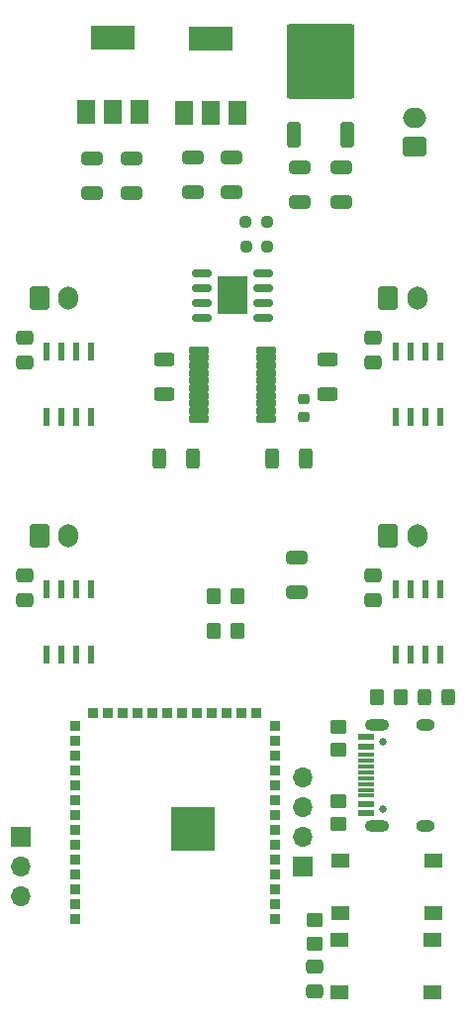
<source format=gts>
G04 #@! TF.GenerationSoftware,KiCad,Pcbnew,(7.0.0)*
G04 #@! TF.CreationDate,2023-09-25T00:06:07+02:00*
G04 #@! TF.ProjectId,FC Control board 1.0,46432043-6f6e-4747-926f-6c20626f6172,rev?*
G04 #@! TF.SameCoordinates,Original*
G04 #@! TF.FileFunction,Soldermask,Top*
G04 #@! TF.FilePolarity,Negative*
%FSLAX46Y46*%
G04 Gerber Fmt 4.6, Leading zero omitted, Abs format (unit mm)*
G04 Created by KiCad (PCBNEW (7.0.0)) date 2023-09-25 00:06:07*
%MOMM*%
%LPD*%
G01*
G04 APERTURE LIST*
G04 Aperture macros list*
%AMRoundRect*
0 Rectangle with rounded corners*
0 $1 Rounding radius*
0 $2 $3 $4 $5 $6 $7 $8 $9 X,Y pos of 4 corners*
0 Add a 4 corners polygon primitive as box body*
4,1,4,$2,$3,$4,$5,$6,$7,$8,$9,$2,$3,0*
0 Add four circle primitives for the rounded corners*
1,1,$1+$1,$2,$3*
1,1,$1+$1,$4,$5*
1,1,$1+$1,$6,$7*
1,1,$1+$1,$8,$9*
0 Add four rect primitives between the rounded corners*
20,1,$1+$1,$2,$3,$4,$5,0*
20,1,$1+$1,$4,$5,$6,$7,0*
20,1,$1+$1,$6,$7,$8,$9,0*
20,1,$1+$1,$8,$9,$2,$3,0*%
G04 Aperture macros list end*
%ADD10RoundRect,0.250000X0.650000X-0.325000X0.650000X0.325000X-0.650000X0.325000X-0.650000X-0.325000X0*%
%ADD11O,1.700000X2.000000*%
%ADD12RoundRect,0.250000X-0.600000X-0.750000X0.600000X-0.750000X0.600000X0.750000X-0.600000X0.750000X0*%
%ADD13RoundRect,0.250000X-0.650000X0.325000X-0.650000X-0.325000X0.650000X-0.325000X0.650000X0.325000X0*%
%ADD14RoundRect,0.250000X0.475000X-0.337500X0.475000X0.337500X-0.475000X0.337500X-0.475000X-0.337500X0*%
%ADD15RoundRect,0.250000X-0.475000X0.337500X-0.475000X-0.337500X0.475000X-0.337500X0.475000X0.337500X0*%
%ADD16R,1.500000X2.000000*%
%ADD17R,3.800000X2.000000*%
%ADD18RoundRect,0.250000X0.350000X-0.850000X0.350000X0.850000X-0.350000X0.850000X-0.350000X-0.850000X0*%
%ADD19RoundRect,0.249997X2.650003X-2.950003X2.650003X2.950003X-2.650003X2.950003X-2.650003X-2.950003X0*%
%ADD20R,0.600000X1.650000*%
%ADD21RoundRect,0.250000X-0.450000X0.350000X-0.450000X-0.350000X0.450000X-0.350000X0.450000X0.350000X0*%
%ADD22RoundRect,0.250000X-0.325000X-0.450000X0.325000X-0.450000X0.325000X0.450000X-0.325000X0.450000X0*%
%ADD23R,1.700000X1.700000*%
%ADD24O,1.700000X1.700000*%
%ADD25RoundRect,0.150000X0.662500X0.150000X-0.662500X0.150000X-0.662500X-0.150000X0.662500X-0.150000X0*%
%ADD26R,2.514000X3.200000*%
%ADD27RoundRect,0.250000X0.450000X-0.350000X0.450000X0.350000X-0.450000X0.350000X-0.450000X-0.350000X0*%
%ADD28RoundRect,0.122500X0.764500X0.184500X-0.764500X0.184500X-0.764500X-0.184500X0.764500X-0.184500X0*%
%ADD29RoundRect,0.250000X-0.350000X-0.450000X0.350000X-0.450000X0.350000X0.450000X-0.350000X0.450000X0*%
%ADD30R,1.550000X1.300000*%
%ADD31RoundRect,0.250000X0.625000X-0.312500X0.625000X0.312500X-0.625000X0.312500X-0.625000X-0.312500X0*%
%ADD32R,0.838200X0.889000*%
%ADD33R,0.889000X0.838200*%
%ADD34R,3.708400X3.708400*%
%ADD35C,0.650000*%
%ADD36R,1.450000X0.600000*%
%ADD37R,1.450000X0.300000*%
%ADD38O,2.100000X1.000000*%
%ADD39O,1.600000X1.000000*%
%ADD40RoundRect,0.237500X0.250000X0.237500X-0.250000X0.237500X-0.250000X-0.237500X0.250000X-0.237500X0*%
%ADD41RoundRect,0.225000X0.250000X-0.225000X0.250000X0.225000X-0.250000X0.225000X-0.250000X-0.225000X0*%
%ADD42RoundRect,0.250000X0.750000X-0.600000X0.750000X0.600000X-0.750000X0.600000X-0.750000X-0.600000X0*%
%ADD43O,2.000000X1.700000*%
%ADD44RoundRect,0.250000X0.312500X0.625000X-0.312500X0.625000X-0.312500X-0.625000X0.312500X-0.625000X0*%
%ADD45RoundRect,0.250000X-0.312500X-0.625000X0.312500X-0.625000X0.312500X0.625000X-0.312500X0.625000X0*%
G04 APERTURE END LIST*
D10*
X194956000Y-127937000D03*
X194956000Y-124987000D03*
D11*
X222789598Y-136959499D03*
D12*
X220289599Y-136959500D03*
D13*
X212482000Y-159125000D03*
X212482000Y-162075000D03*
D12*
X220311000Y-157279500D03*
D11*
X222810999Y-157279499D03*
D14*
X214006000Y-196160000D03*
X214006000Y-194085000D03*
D15*
X189190000Y-140345000D03*
X189190000Y-142420000D03*
D16*
X194433999Y-120975999D03*
X196733999Y-120975999D03*
D17*
X196733999Y-114675999D03*
D16*
X199033999Y-120975999D03*
D18*
X212234000Y-122968000D03*
D19*
X214514000Y-116668000D03*
D18*
X216794000Y-122968000D03*
D20*
X191094999Y-167423499D03*
X192364999Y-167423499D03*
X193634999Y-167423499D03*
X194904999Y-167423499D03*
X194904999Y-161823499D03*
X193634999Y-161823499D03*
X192364999Y-161823499D03*
X191094999Y-161823499D03*
D21*
X216038000Y-179889000D03*
X216038000Y-181889000D03*
D22*
X223395000Y-171014000D03*
X225445000Y-171014000D03*
D10*
X198306000Y-127937000D03*
X198306000Y-124987000D03*
D23*
X212989999Y-185491999D03*
D24*
X212989999Y-182951999D03*
X212989999Y-180411999D03*
X212989999Y-177871999D03*
D10*
X212735000Y-128708000D03*
X212735000Y-125758000D03*
D25*
X209607500Y-138591000D03*
X209607500Y-137321000D03*
X209607500Y-136051000D03*
X209607500Y-134781000D03*
X204332500Y-134781000D03*
X204332500Y-136051000D03*
X204332500Y-137321000D03*
X204332500Y-138591000D03*
D26*
X206969999Y-136685999D03*
D20*
X220939999Y-167423499D03*
X222209999Y-167423499D03*
X223479999Y-167423499D03*
X224749999Y-167423499D03*
X224749999Y-161823499D03*
X223479999Y-161823499D03*
X222209999Y-161823499D03*
X220939999Y-161823499D03*
D27*
X216038000Y-175539000D03*
X216038000Y-173539000D03*
D12*
X190466000Y-157279500D03*
D11*
X192965999Y-157279499D03*
D28*
X209840000Y-147231000D03*
X209840000Y-146581000D03*
X209840000Y-145931000D03*
X209840000Y-145281000D03*
X209840000Y-144631000D03*
X209840000Y-143981000D03*
X209840000Y-143331000D03*
X209840000Y-142681000D03*
X209840000Y-142031000D03*
X209840000Y-141381000D03*
X204100000Y-141381000D03*
X204100000Y-142031000D03*
X204100000Y-142681000D03*
X204100000Y-143331000D03*
X204100000Y-143981000D03*
X204100000Y-144631000D03*
X204100000Y-145281000D03*
X204100000Y-145931000D03*
X204100000Y-146581000D03*
X204100000Y-147231000D03*
D27*
X214006000Y-192096000D03*
X214006000Y-190096000D03*
D29*
X219356000Y-171014000D03*
X221356000Y-171014000D03*
D20*
X191094999Y-147103499D03*
X192364999Y-147103499D03*
X193634999Y-147103499D03*
X194904999Y-147103499D03*
X194904999Y-141503499D03*
X193634999Y-141503499D03*
X192364999Y-141503499D03*
X191094999Y-141503499D03*
D12*
X190466000Y-136959500D03*
D11*
X192965999Y-136959499D03*
D30*
X216215999Y-184983999D03*
X224165999Y-184983999D03*
X216215999Y-189483999D03*
X224165999Y-189483999D03*
D31*
X215098000Y-145123484D03*
X215098000Y-142198484D03*
D29*
X205386000Y-162378000D03*
X207386000Y-162378000D03*
D32*
X210648899Y-189983699D03*
X210648899Y-188713699D03*
X210648899Y-187443699D03*
X210648899Y-186173699D03*
X210648899Y-184903699D03*
X210648899Y-183633699D03*
X210648899Y-182363699D03*
X210648899Y-181093699D03*
X210648899Y-179823699D03*
X210648899Y-178553699D03*
X210648899Y-177283699D03*
X210648899Y-176013699D03*
X210648899Y-174743699D03*
X210648899Y-173473699D03*
D33*
X209052999Y-172399099D03*
X207782999Y-172399099D03*
X206512999Y-172399099D03*
X205242999Y-172399099D03*
X203972999Y-172399099D03*
X202702999Y-172399099D03*
X201432999Y-172399099D03*
X200162999Y-172399099D03*
X198892999Y-172399099D03*
X197622999Y-172399099D03*
X196352999Y-172399099D03*
X195082999Y-172399099D03*
D32*
X193487099Y-173473699D03*
X193487099Y-174743699D03*
X193487099Y-176013699D03*
X193487099Y-177283699D03*
X193487099Y-178553699D03*
X193487099Y-179823699D03*
X193487099Y-181093699D03*
X193487099Y-182363699D03*
X193487099Y-183633699D03*
X193487099Y-184903699D03*
X193487099Y-186173699D03*
X193487099Y-187443699D03*
X193487099Y-188713699D03*
X193487099Y-189983699D03*
D34*
X203563698Y-182269199D03*
D16*
X202815999Y-121077999D03*
X205115999Y-121077999D03*
D17*
X205115999Y-114777999D03*
D16*
X207415999Y-121077999D03*
D35*
X219848000Y-180604000D03*
X219848000Y-174824000D03*
D36*
X218402999Y-180963999D03*
X218402999Y-180163999D03*
D37*
X218402999Y-178963999D03*
X218402999Y-177963999D03*
X218402999Y-177463999D03*
X218402999Y-176463999D03*
D36*
X218402999Y-175263999D03*
X218402999Y-174463999D03*
X218402999Y-174463999D03*
X218402999Y-175263999D03*
D37*
X218402999Y-175963999D03*
X218402999Y-176963999D03*
X218402999Y-178463999D03*
X218402999Y-179463999D03*
D36*
X218402999Y-180163999D03*
X218402999Y-180963999D03*
D38*
X219317999Y-182033999D03*
D39*
X223497999Y-182033999D03*
D38*
X219317999Y-173393999D03*
D39*
X223497999Y-173393999D03*
D10*
X206894000Y-127888000D03*
X206894000Y-124938000D03*
D40*
X209961965Y-132553246D03*
X208136965Y-132553246D03*
D15*
X219013599Y-142420000D03*
X219013599Y-140345000D03*
D41*
X213066000Y-147113000D03*
X213066000Y-145563000D03*
D40*
X209948764Y-130441271D03*
X208123764Y-130441271D03*
D15*
X189190000Y-160665000D03*
X189190000Y-162740000D03*
D30*
X216126999Y-191743633D03*
X224076999Y-191743633D03*
X216126999Y-196243633D03*
X224076999Y-196243633D03*
D42*
X222596000Y-124004000D03*
D43*
X222595999Y-121503999D03*
D20*
X220918598Y-141503499D03*
X222188598Y-141503499D03*
X223458598Y-141503499D03*
X224728598Y-141503499D03*
X224728598Y-147103499D03*
X223458598Y-147103499D03*
X222188598Y-147103499D03*
X220918598Y-147103499D03*
D10*
X216291000Y-128708000D03*
X216291000Y-125758000D03*
D23*
X188884999Y-182966999D03*
D24*
X188884999Y-185506999D03*
X188884999Y-188046999D03*
D44*
X213258500Y-150656000D03*
X210333500Y-150656000D03*
D31*
X201128000Y-145123484D03*
X201128000Y-142198484D03*
D45*
X200681500Y-150656000D03*
X203606500Y-150656000D03*
D15*
X219035000Y-160665000D03*
X219035000Y-162740000D03*
D29*
X205386000Y-165328000D03*
X207386000Y-165328000D03*
D10*
X203592000Y-127888000D03*
X203592000Y-124938000D03*
M02*

</source>
